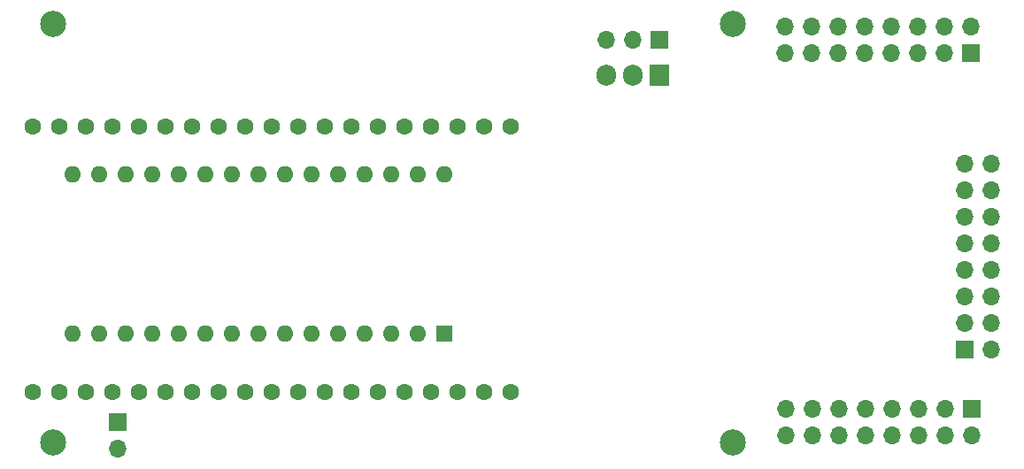
<source format=gbr>
%TF.GenerationSoftware,KiCad,Pcbnew,(6.0.5-0)*%
%TF.CreationDate,2022-06-25T17:27:44+01:00*%
%TF.ProjectId,revised_minh_design,72657669-7365-4645-9f6d-696e685f6465,rev?*%
%TF.SameCoordinates,Original*%
%TF.FileFunction,Soldermask,Bot*%
%TF.FilePolarity,Negative*%
%FSLAX46Y46*%
G04 Gerber Fmt 4.6, Leading zero omitted, Abs format (unit mm)*
G04 Created by KiCad (PCBNEW (6.0.5-0)) date 2022-06-25 17:27:44*
%MOMM*%
%LPD*%
G01*
G04 APERTURE LIST*
%ADD10R,1.700000X1.700000*%
%ADD11O,1.700000X1.700000*%
%ADD12R,1.600000X1.600000*%
%ADD13O,1.600000X1.600000*%
%ADD14C,2.500000*%
%ADD15R,1.905000X2.000000*%
%ADD16O,1.905000X2.000000*%
%ADD17C,1.600000*%
G04 APERTURE END LIST*
D10*
%TO.C,J5*%
X60198000Y-78105000D03*
D11*
X60198000Y-80645000D03*
%TD*%
D12*
%TO.C,A1*%
X91440000Y-69596000D03*
D13*
X88900000Y-69596000D03*
X86360000Y-69596000D03*
X83820000Y-69596000D03*
X81280000Y-69596000D03*
X78740000Y-69596000D03*
X76200000Y-69596000D03*
X73660000Y-69596000D03*
X71120000Y-69596000D03*
X68580000Y-69596000D03*
X66040000Y-69596000D03*
X63500000Y-69596000D03*
X60960000Y-69596000D03*
X58420000Y-69596000D03*
X55880000Y-69596000D03*
X55880000Y-54356000D03*
X58420000Y-54356000D03*
X60960000Y-54356000D03*
X63500000Y-54356000D03*
X66040000Y-54356000D03*
X68580000Y-54356000D03*
X71120000Y-54356000D03*
X73660000Y-54356000D03*
X76200000Y-54356000D03*
X78740000Y-54356000D03*
X81280000Y-54356000D03*
X83820000Y-54356000D03*
X86360000Y-54356000D03*
X88900000Y-54356000D03*
X91440000Y-54356000D03*
%TD*%
D14*
%TO.C, *%
X54000000Y-40000000D03*
%TD*%
%TO.C, *%
X119000000Y-40000000D03*
%TD*%
D10*
%TO.C,J3*%
X141204000Y-71105000D03*
D11*
X143744000Y-71105000D03*
X141204000Y-68565000D03*
X143744000Y-68565000D03*
X141204000Y-66025000D03*
X143744000Y-66025000D03*
X141204000Y-63485000D03*
X143744000Y-63485000D03*
X141204000Y-60945000D03*
X143744000Y-60945000D03*
X141204000Y-58405000D03*
X143744000Y-58405000D03*
X141204000Y-55865000D03*
X143744000Y-55865000D03*
X141204000Y-53325000D03*
X143744000Y-53325000D03*
%TD*%
D14*
%TO.C, *%
X119000000Y-80000000D03*
%TD*%
D15*
%TO.C,U2*%
X112014000Y-44902000D03*
D16*
X109474000Y-44902000D03*
X106934000Y-44902000D03*
%TD*%
D14*
%TO.C, *%
X54000000Y-80000000D03*
%TD*%
D10*
%TO.C,J1*%
X112014000Y-41529000D03*
D11*
X109474000Y-41529000D03*
X106934000Y-41529000D03*
%TD*%
D10*
%TO.C,J2*%
X141844000Y-42799000D03*
D11*
X141844000Y-40259000D03*
X139304000Y-42799000D03*
X139304000Y-40259000D03*
X136764000Y-42799000D03*
X136764000Y-40259000D03*
X134224000Y-42799000D03*
X134224000Y-40259000D03*
X131684000Y-42799000D03*
X131684000Y-40259000D03*
X129144000Y-42799000D03*
X129144000Y-40259000D03*
X126604000Y-42799000D03*
X126604000Y-40259000D03*
X124064000Y-42799000D03*
X124064000Y-40259000D03*
%TD*%
D17*
%TO.C,U1*%
X97785000Y-49784000D03*
X95245000Y-49784000D03*
X92705000Y-49784000D03*
X90165000Y-49784000D03*
X87625000Y-49784000D03*
X85085000Y-49784000D03*
X82547858Y-49789715D03*
X80010715Y-49789715D03*
X77465000Y-49784000D03*
X74925000Y-49784000D03*
X72385000Y-49784000D03*
X69845000Y-49784000D03*
X67305000Y-49784000D03*
X64765000Y-49784000D03*
X62250715Y-49789715D03*
X59713572Y-49789715D03*
X57145000Y-49784000D03*
X54599014Y-49789715D03*
X52102143Y-49789715D03*
X52065000Y-75184000D03*
X54605000Y-75184000D03*
X57145000Y-75184000D03*
X59685000Y-75184000D03*
X62225000Y-75184000D03*
X64765000Y-75184000D03*
X67305000Y-75184000D03*
X69845000Y-75184000D03*
X72385000Y-75184000D03*
X74925000Y-75184000D03*
X77465000Y-75184000D03*
X80005000Y-75184000D03*
X82545000Y-75184000D03*
X85085000Y-75184000D03*
X87625000Y-75184000D03*
X90165000Y-75184000D03*
X92705000Y-75184000D03*
X95245000Y-75184000D03*
X97785000Y-75184000D03*
%TD*%
D10*
%TO.C,J4*%
X141859000Y-76835000D03*
D11*
X141859000Y-79375000D03*
X139319000Y-76835000D03*
X139319000Y-79375000D03*
X136779000Y-76835000D03*
X136779000Y-79375000D03*
X134239000Y-76835000D03*
X134239000Y-79375000D03*
X131699000Y-76835000D03*
X131699000Y-79375000D03*
X129159000Y-76835000D03*
X129159000Y-79375000D03*
X126619000Y-76835000D03*
X126619000Y-79375000D03*
X124079000Y-76835000D03*
X124079000Y-79375000D03*
%TD*%
M02*

</source>
